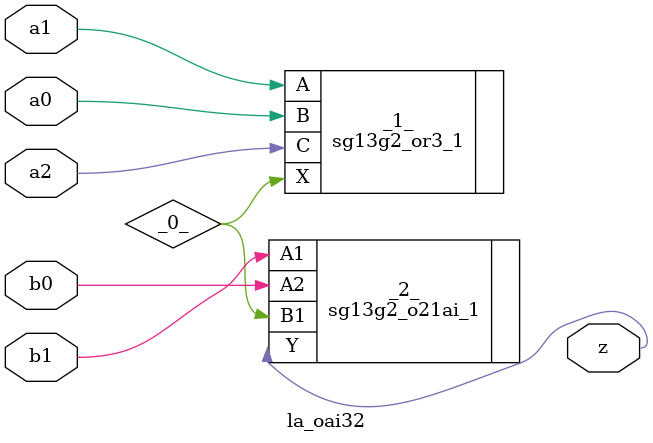
<source format=v>

/* Generated by Yosys 0.44 (git sha1 80ba43d26, g++ 11.4.0-1ubuntu1~22.04 -fPIC -O3) */

(* top =  1  *)
(* src = "generated" *)
(* keep_hierarchy *)
module la_oai32 (
    a0,
    a1,
    a2,
    b0,
    b1,
    z
);
  wire _0_;
  (* src = "generated" *)
  input a0;
  wire a0;
  (* src = "generated" *)
  input a1;
  wire a1;
  (* src = "generated" *)
  input a2;
  wire a2;
  (* src = "generated" *)
  input b0;
  wire b0;
  (* src = "generated" *)
  input b1;
  wire b1;
  (* src = "generated" *)
  output z;
  wire z;
  sg13g2_or3_1 _1_ (
      .A(a1),
      .B(a0),
      .C(a2),
      .X(_0_)
  );
  sg13g2_o21ai_1 _2_ (
      .A1(b1),
      .A2(b0),
      .B1(_0_),
      .Y (z)
  );
endmodule

</source>
